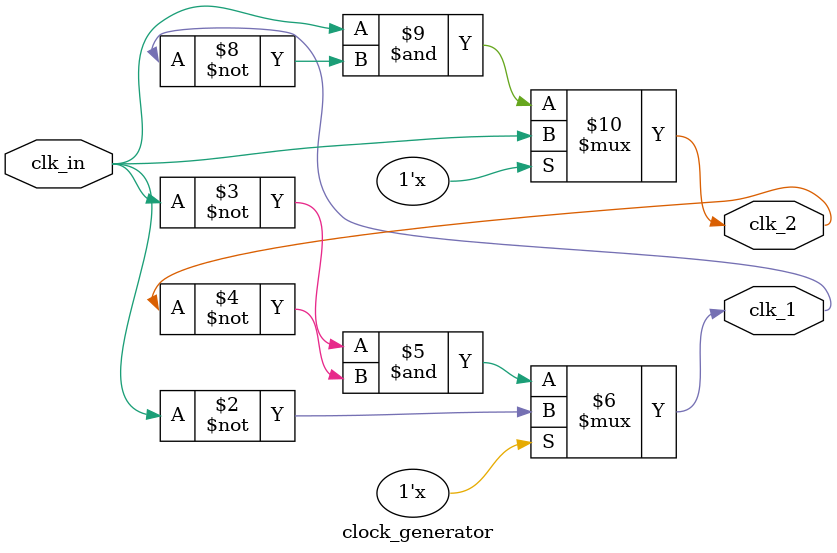
<source format=sv>
`timescale 1ns / 1ps

module clock_generator(
        input clk_in,
        output clk_1,
        output clk_2
    );

    assign clk_1 = (clk_2 == 1'bz) ? ~clk_in : ~clk_in & ~clk_2;
    assign clk_2 = (clk_1 == 1'bz) ? clk_in : clk_in & ~clk_1;

endmodule

</source>
